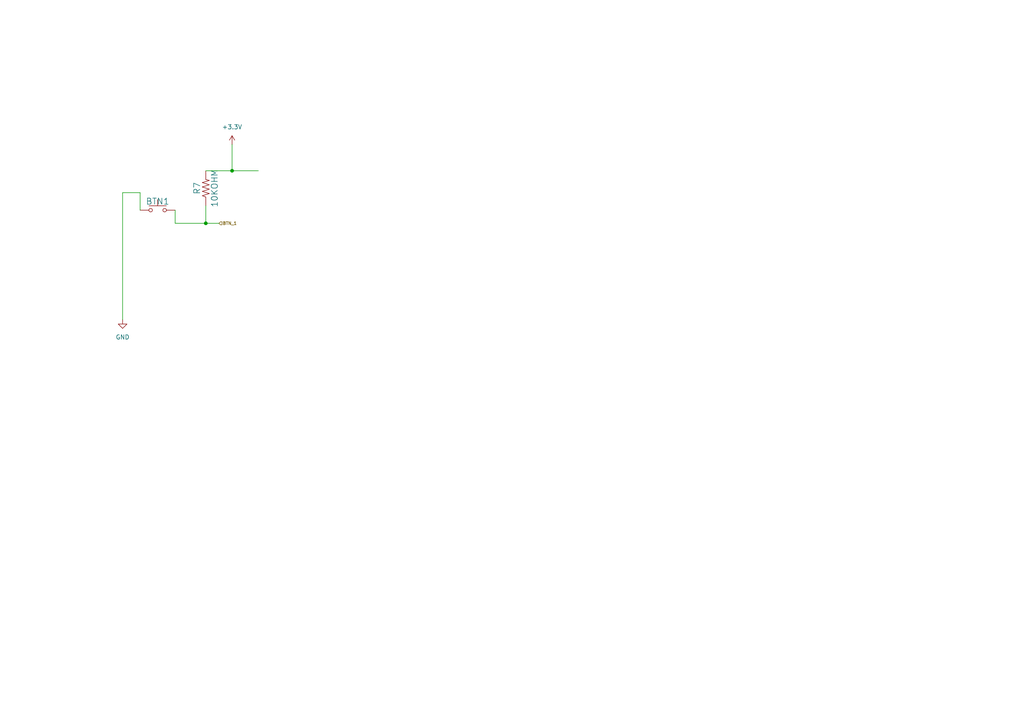
<source format=kicad_sch>
(kicad_sch (version 20231120) (generator "eeschema") (generator_version "8.0")
  (paper "A4")
  (lib_symbols
    (symbol "SparkFun_Qwiic_Micro_SAMD21E-eagle-import:10KOHM-0402-1/16W-1%"
      (property "Reference" "R" (at 0 1.524 0))
      (symbol "10KOHM-0402-1/16W-1%_1_0"
        (polyline (pts (xy -2.54 0) (xy -2.159 1.016)) (stroke (width 0.1524)))
        (polyline (pts (xy -2.159 1.016) (xy -1.524 -1.016)) (stroke (width 0.1524)))
        (polyline (pts (xy -1.524 -1.016) (xy -0.889 1.016)) (stroke (width 0.1524)))
        (polyline (pts (xy -0.889 1.016) (xy -0.254 -1.016)) (stroke (width 0.1524)))
        (polyline (pts (xy -0.254 -1.016) (xy 0.381 1.016)) (stroke (width 0.1524)))
        (polyline (pts (xy 0.381 1.016) (xy 1.016 -1.016)) (stroke (width 0.1524)))
        (polyline (pts (xy 1.016 -1.016) (xy 1.651 1.016)) (stroke (width 0.1524)))
        (polyline (pts (xy 1.651 1.016) (xy 2.286 -1.016)) (stroke (width 0.1524)))
        (polyline (pts (xy 2.286 -1.016) (xy 2.54 0)) (stroke (width 0.1524)))
        (pin passive line (at -5.08 0 0) (length 2.54) (name "1") (number "1"))
        (pin passive line (at 5.08 0 180) (length 2.54) (name "2") (number "2"))
      )
    )
    (symbol "Switch:SW_Push" (pin_numbers hide) (pin_names (offset 1.016) hide)
      (property "Reference" "SW" (at 1.27 2.54 0))
      (property "Value" "SW_Push" (at 0 -1.524 0))
      (symbol "SW_Push_0_1"
        (circle (center -2.032 0) (radius 0.508))
        (polyline (pts (xy 0 1.27) (xy 0 3.048)))
        (polyline (pts (xy 2.54 1.27) (xy -2.54 1.27)))
        (circle (center 2.032 0) (radius 0.508))
        (pin passive line (at -5.08 0 0) (length 2.54) (name "1") (number "1"))
        (pin passive line (at 5.08 0 180) (length 2.54) (name "2") (number "2"))
      )
    )
    (symbol "power:+3.3V" (power) (pin_names (offset 0))
      (property "Value" "+3.3V" (at 0 3.556 0))
      (symbol "+3.3V_0_1"
        (polyline (pts (xy -0.762 1.27) (xy 0 2.54)))
        (polyline (pts (xy 0 0) (xy 0 2.54)))
        (polyline (pts (xy 0 2.54) (xy 0.762 1.27)))
      )
      (symbol "+3.3V_1_1"
        (pin power_in line (at 0 0 90) (length 0) hide (name "+3.3V") (number "1"))
      )
    )
    (symbol "power:GND" (power) (pin_names (offset 0))
      (property "Value" "GND" (at 0 -3.81 0))
      (symbol "GND_0_1"
        (polyline (pts (xy 0 0) (xy 0 -1.27) (xy 1.27 -1.27) (xy 0 -2.54) (xy -1.27 -1.27) (xy 0 -1.27)))
      )
      (symbol "GND_1_1"
        (pin power_in line (at 0 0 270) (length 0) hide (name "GND") (number "1"))
      )
    )
  )
  (junction (at 59.69 64.77))
  (junction (at 67.31 49.53))
  (wire (pts (xy 40.64 55.88) (xy 35.56 55.88)))
  (wire (pts (xy 59.69 59.69) (xy 59.69 64.77)))
  (wire (pts (xy 59.69 49.53) (xy 67.31 49.53)))
  (wire (pts (xy 59.69 64.77) (xy 63.5 64.77)))
  (wire (pts (xy 40.64 60.96) (xy 40.64 55.88)))
  (wire (pts (xy 50.8 64.77) (xy 59.69 64.77)))
  (wire (pts (xy 50.8 64.77) (xy 50.8 60.96)))
  (wire (pts (xy 67.31 41.91) (xy 67.31 49.53)))
  (wire (pts (xy 35.56 55.88) (xy 35.56 92.71)))
  (wire (pts (xy 67.31 49.53) (xy 74.93 49.53)))
  (hierarchical_label "BTN_1" (shape input) (at 63.5 64.77 0) (effects (font (size 0.889 0.889))))
  (symbol (lib_id "SparkFun_Qwiic_Micro_SAMD21E-eagle-import:10KOHM-0402-1/16W-1%") (at 59.69 54.61 90) (unit 1)
    (property "Reference" "R7" (at 58.166 54.61 0) (effects (font (size 1.778 1.778)) (justify bottom)))
    (property "Value" "10KOHM" (at 61.214 54.61 0) (effects (font (size 1.778 1.778)) (justify top)))
    (property "Footprint" "Resistor_SMD:R_0805_2012Metric_Pad1.20x1.40mm_HandSolder" (effects (hide yes)))
    (property "Mouser Part Number" "652-CR0805-JW-103ELF" (effects (hide yes)))
  )
  (symbol (lib_id "Switch:SW_Push") (at 45.72 60.96 0) (unit 1)
    (property "Reference" "BTN1" (at 45.72 59.436 0) (effects (font (size 1.778 1.778)) (justify bottom)))
    (property "Value" "BTN" (effects (hide yes)))
    (property "Footprint" "mouser:B3U-1000P" (effects (hide yes)))
    (property "Description" "Push button switch, generic, two pins" (effects (hide yes)))
    (property "PARTREV" "C" (effects (hide yes)))
    (property "SNAPEDA_PN" "TL3305AF160QG" (effects (hide yes)))
    (property "MANUFACTURER" "E-Switch" (effects (hide yes)))
    (property "MAXIMUM_PACKAGE_HEIGHT" "3.8 mm" (effects (hide yes)))
    (property "STANDARD" "Manufacturer Recommendations" (effects (hide yes)))
    (property "Mouser Part Number" "612-TL3305AF160QG" (effects (hide yes)))
  )
  (symbol (lib_id "power:GND") (at 35.56 92.71 0) (unit 1)
    (property "Reference" "#PWR036" (effects (hide yes)))
    (property "Value" "GND" (at 35.56 97.79 0))
  )
  (symbol (lib_id "power:+3.3V") (at 67.31 41.91 0) (unit 1)
    (property "Reference" "#PWR037" (effects (hide yes)))
    (property "Value" "+3.3V" (at 67.31 36.83 0))
  )
)
</source>
